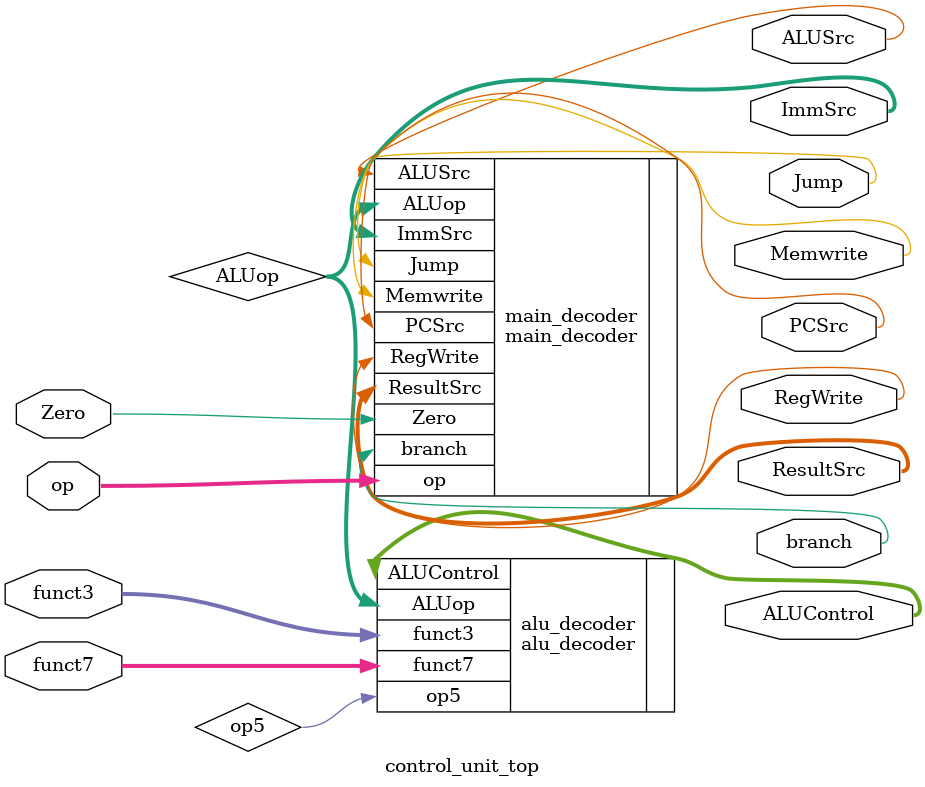
<source format=v>
`include "main_decoder.v"
`include "alu_decoder.v"

module control_unit_top(op,Zero,Jump,RegWrite,Memwrite,ResultSrc,ALUSrc,PCSrc,ImmSrc,branch,funct3,funct7,ALUControl);

input [6:0] op,funct7;
input [2:0] funct3 ;
input Zero;
output RegWrite,Memwrite,ALUSrc,branch,PCSrc,Jump;
output [1:0] ImmSrc,ResultSrc;
output [3:0] ALUControl;

wire [1:0] ALUop;


    main_decoder main_decoder(
        .op(op),
        .RegWrite(RegWrite),
        .Memwrite(Memwrite),
        .ResultSrc(ResultSrc),
        .ALUSrc(ALUSrc),
        .ImmSrc(ImmSrc),
        .ALUop(ALUop),
        .PCSrc(PCSrc),
        .Zero(Zero),
        .branch(branch),
        .Jump(Jump)
    );

 

    alu_decoder alu_decoder(
        .ALUop(ALUop),
        .op5(op5),
        .funct3(funct3),
        .funct7(funct7),
        .ALUControl(ALUControl)

    );



endmodule
</source>
